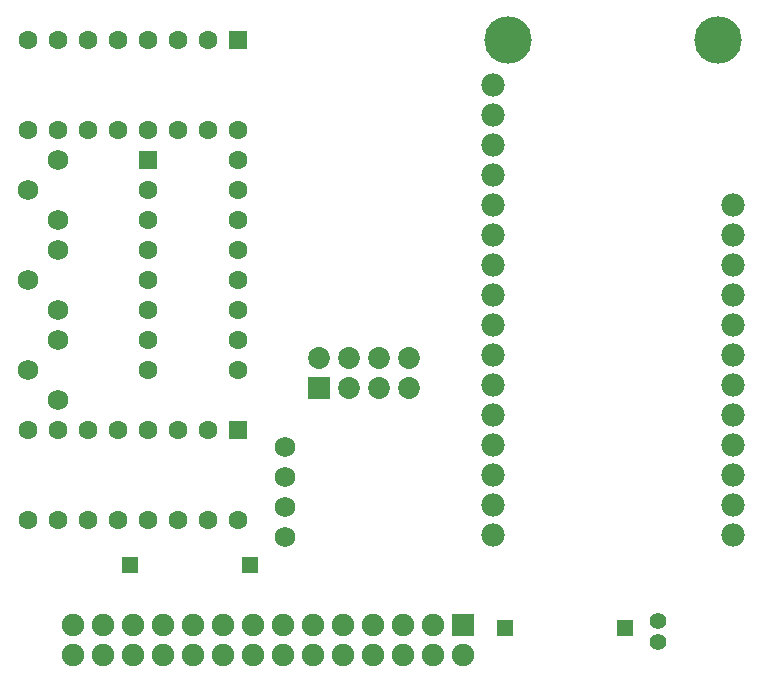
<source format=gbs>
G04 ---------------------------- Layer name :BOTTOM SOLDER LAYER*
G04 EasyEDA v5.6.15, Fri, 03 Aug 2018 07:00:42 GMT*
G04 fad3a197975a46e394a3725a2b087312*
G04 Gerber Generator version 0.2*
G04 Scale: 100 percent, Rotated: No, Reflected: No *
G04 Dimensions in millimeters *
G04 leading zeros omitted , absolute positions ,3 integer and 3 decimal *
%FSLAX33Y33*%
%MOMM*%
G90*
G71D02*

%ADD28C,1.727200*%
%ADD29C,1.403096*%
%ADD30R,1.414780X1.414780*%
%ADD31R,1.854200X1.854200*%
%ADD32C,1.854200*%
%ADD33R,1.600200X1.600200*%
%ADD34C,1.600200*%
%ADD35C,4.013200*%
%ADD36C,1.981200*%
%ADD37R,1.903197X1.903197*%
%ADD38C,1.903197*%

%LPD*%
G54D28*
G01X5080Y43180D03*
G01X2540Y40640D03*
G01X5080Y38100D03*
G01X5080Y35560D03*
G01X2540Y33020D03*
G01X5080Y30480D03*
G01X5080Y27940D03*
G01X2540Y25400D03*
G01X5080Y22860D03*
G54D29*
G01X55880Y2402D03*
G01X55880Y4201D03*
G54D30*
G01X53086Y3556D03*
G01X42926Y3556D03*
G54D31*
G01X27178Y23876D03*
G54D32*
G01X29718Y23876D03*
G01X32258Y23876D03*
G01X34798Y23876D03*
G01X34798Y26416D03*
G01X32258Y26416D03*
G01X29718Y26416D03*
G01X27178Y26416D03*
G54D33*
G01X20320Y53340D03*
G54D34*
G01X17780Y53340D03*
G01X15240Y53340D03*
G01X12700Y53340D03*
G01X10160Y53340D03*
G01X7620Y53340D03*
G01X5080Y53340D03*
G01X2540Y53340D03*
G01X2540Y45720D03*
G01X5080Y45720D03*
G01X7620Y45720D03*
G01X10160Y45720D03*
G01X12700Y45720D03*
G01X15240Y45720D03*
G01X17780Y45720D03*
G01X20320Y45720D03*
G54D33*
G01X12700Y43180D03*
G54D34*
G01X12700Y40640D03*
G01X12700Y38100D03*
G01X12700Y35560D03*
G01X12700Y33020D03*
G01X12700Y30480D03*
G01X12700Y27940D03*
G01X12700Y25400D03*
G01X20320Y25400D03*
G01X20320Y27940D03*
G01X20320Y30480D03*
G01X20320Y33020D03*
G01X20320Y35560D03*
G01X20320Y38100D03*
G01X20320Y40640D03*
G01X20320Y43180D03*
G54D33*
G01X20320Y20320D03*
G54D34*
G01X17780Y20320D03*
G01X15240Y20320D03*
G01X12700Y20320D03*
G01X10160Y20320D03*
G01X7620Y20320D03*
G01X5080Y20320D03*
G01X2540Y20320D03*
G01X2540Y12700D03*
G01X5080Y12700D03*
G01X7620Y12700D03*
G01X10160Y12700D03*
G01X12700Y12700D03*
G01X15240Y12700D03*
G01X17780Y12700D03*
G01X20320Y12700D03*
G54D30*
G01X21336Y8890D03*
G01X11176Y8890D03*
G54D35*
G01X60967Y53395D03*
G01X43187Y53395D03*
G54D36*
G01X62237Y39425D03*
G01X62237Y36885D03*
G01X62237Y34345D03*
G01X62237Y31805D03*
G01X62237Y29265D03*
G01X62237Y26725D03*
G01X62237Y24185D03*
G01X62237Y21645D03*
G01X62237Y19105D03*
G01X62237Y16565D03*
G01X62237Y14025D03*
G01X62237Y11485D03*
G01X41917Y39425D03*
G01X41917Y36885D03*
G01X41917Y34345D03*
G01X41917Y31805D03*
G01X41917Y29265D03*
G01X41917Y26725D03*
G01X41917Y24185D03*
G01X41917Y21645D03*
G01X41917Y19105D03*
G01X41917Y16565D03*
G01X41917Y14025D03*
G01X41917Y11485D03*
G01X41917Y41965D03*
G01X41917Y44505D03*
G01X41917Y47045D03*
G01X41917Y49585D03*
G54D28*
G01X24284Y18887D03*
G01X24284Y16347D03*
G01X24284Y13807D03*
G01X24284Y11267D03*
G54D37*
G01X39369Y3810D03*
G54D38*
G01X39370Y1270D03*
G01X36830Y3810D03*
G01X36830Y1270D03*
G01X34290Y3810D03*
G01X34290Y1270D03*
G01X31750Y3810D03*
G01X31750Y1270D03*
G01X29210Y3810D03*
G01X29210Y1270D03*
G01X26670Y3810D03*
G01X26670Y1270D03*
G01X24130Y3810D03*
G01X24130Y1270D03*
G01X21590Y3810D03*
G01X21590Y1270D03*
G01X19050Y3810D03*
G01X19050Y1270D03*
G01X16510Y3810D03*
G01X16510Y1270D03*
G01X13970Y3810D03*
G01X13970Y1270D03*
G01X11430Y3810D03*
G01X11430Y1270D03*
G01X8890Y3810D03*
G01X8890Y1270D03*
G01X6350Y3810D03*
G01X6350Y1270D03*
M00*
M02*

</source>
